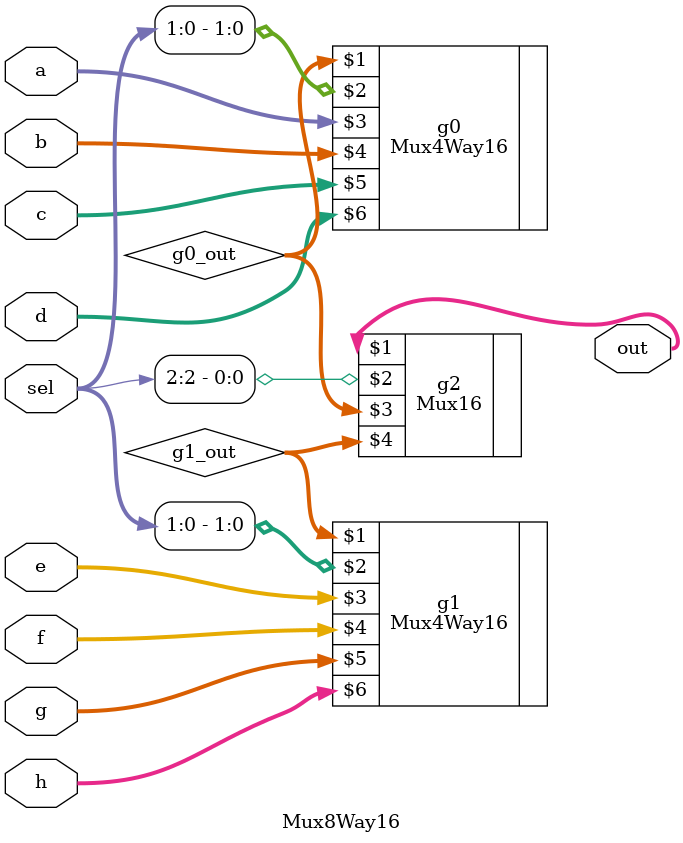
<source format=v>
module Mux8Way16(out, sel, a, b, c, d, e, f, g, h);

    output[15:0] out;
    input[2:0] sel;
    input[15:0] a, b, c, d, e, f, g, h;
    wire[15:0] g0_out, g1_out;

    Mux4Way16 g0(g0_out, sel[1:0], a, b, c, d);
    Mux4Way16 g1(g1_out, sel[1:0], e, f, g, h);
    Mux16 g2(out, sel[2], g0_out, g1_out);

endmodule


</source>
